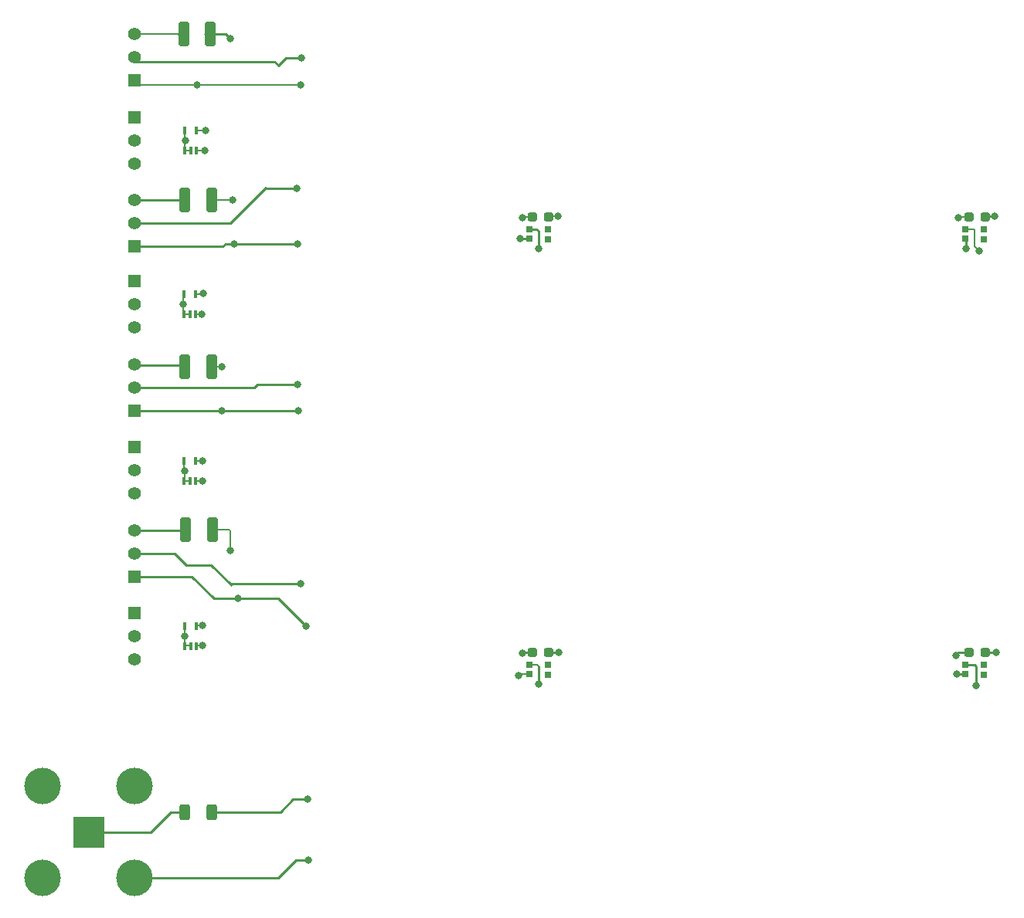
<source format=gbr>
%TF.GenerationSoftware,KiCad,Pcbnew,(6.0.8-1)-1*%
%TF.CreationDate,2024-04-30T14:45:45-04:00*%
%TF.ProjectId,Untitled,556e7469-746c-4656-942e-6b696361645f,rev?*%
%TF.SameCoordinates,Original*%
%TF.FileFunction,Copper,L1,Top*%
%TF.FilePolarity,Positive*%
%FSLAX46Y46*%
G04 Gerber Fmt 4.6, Leading zero omitted, Abs format (unit mm)*
G04 Created by KiCad (PCBNEW (6.0.8-1)-1) date 2024-04-30 14:45:45*
%MOMM*%
%LPD*%
G01*
G04 APERTURE LIST*
G04 Aperture macros list*
%AMRoundRect*
0 Rectangle with rounded corners*
0 $1 Rounding radius*
0 $2 $3 $4 $5 $6 $7 $8 $9 X,Y pos of 4 corners*
0 Add a 4 corners polygon primitive as box body*
4,1,4,$2,$3,$4,$5,$6,$7,$8,$9,$2,$3,0*
0 Add four circle primitives for the rounded corners*
1,1,$1+$1,$2,$3*
1,1,$1+$1,$4,$5*
1,1,$1+$1,$6,$7*
1,1,$1+$1,$8,$9*
0 Add four rect primitives between the rounded corners*
20,1,$1+$1,$2,$3,$4,$5,0*
20,1,$1+$1,$4,$5,$6,$7,0*
20,1,$1+$1,$6,$7,$8,$9,0*
20,1,$1+$1,$8,$9,$2,$3,0*%
G04 Aperture macros list end*
%TA.AperFunction,SMDPad,CuDef*%
%ADD10RoundRect,0.237500X-0.287500X-0.237500X0.287500X-0.237500X0.287500X0.237500X-0.287500X0.237500X0*%
%TD*%
%TA.AperFunction,SMDPad,CuDef*%
%ADD11R,0.700000X0.700000*%
%TD*%
%TA.AperFunction,SMDPad,CuDef*%
%ADD12RoundRect,0.087500X-0.087500X-0.337500X0.087500X-0.337500X0.087500X0.337500X-0.087500X0.337500X0*%
%TD*%
%TA.AperFunction,SMDPad,CuDef*%
%ADD13RoundRect,0.250000X-0.325000X-1.100000X0.325000X-1.100000X0.325000X1.100000X-0.325000X1.100000X0*%
%TD*%
%TA.AperFunction,SMDPad,CuDef*%
%ADD14RoundRect,0.250000X-0.312500X-0.625000X0.312500X-0.625000X0.312500X0.625000X-0.312500X0.625000X0*%
%TD*%
%TA.AperFunction,ComponentPad*%
%ADD15R,1.397000X1.397000*%
%TD*%
%TA.AperFunction,ComponentPad*%
%ADD16C,1.397000*%
%TD*%
%TA.AperFunction,ComponentPad*%
%ADD17R,3.500000X3.500000*%
%TD*%
%TA.AperFunction,ComponentPad*%
%ADD18C,4.000000*%
%TD*%
%TA.AperFunction,ViaPad*%
%ADD19C,0.800000*%
%TD*%
%TA.AperFunction,Conductor*%
%ADD20C,0.250000*%
%TD*%
%TA.AperFunction,Conductor*%
%ADD21C,0.200000*%
%TD*%
G04 APERTURE END LIST*
D10*
%TO.P,REF\u002A\u002A,1*%
%TO.N,N/C*%
X150665000Y-103925000D03*
D11*
X152292500Y-105260000D03*
%TO.P,REF\u002A\u002A,2*%
X150267500Y-105260000D03*
D10*
X152415000Y-103925000D03*
D11*
%TO.P,REF\u002A\u002A,3*%
X150267500Y-106310000D03*
%TO.P,REF\u002A\u002A,4*%
X152292500Y-106360000D03*
%TD*%
D10*
%TO.P,REF\u002A\u002A,1*%
%TO.N,N/C*%
X102865000Y-103925000D03*
D11*
X104492500Y-105260000D03*
%TO.P,REF\u002A\u002A,2*%
X102467500Y-105260000D03*
D10*
X104615000Y-103925000D03*
D11*
%TO.P,REF\u002A\u002A,3*%
X102467500Y-106310000D03*
%TO.P,REF\u002A\u002A,4*%
X104492500Y-106360000D03*
%TD*%
D10*
%TO.P,REF\u002A\u002A,1*%
%TO.N,N/C*%
X150665000Y-56125000D03*
D11*
X152292500Y-57460000D03*
%TO.P,REF\u002A\u002A,2*%
X150267500Y-57460000D03*
D10*
X152415000Y-56125000D03*
D11*
%TO.P,REF\u002A\u002A,3*%
X150267500Y-58510000D03*
%TO.P,REF\u002A\u002A,4*%
X152292500Y-58560000D03*
%TD*%
D10*
%TO.P,REF\u002A\u002A,1*%
%TO.N,N/C*%
X102865000Y-56125000D03*
D11*
X104492500Y-57460000D03*
%TO.P,REF\u002A\u002A,2*%
X102467500Y-57460000D03*
D10*
X104615000Y-56125000D03*
D11*
%TO.P,REF\u002A\u002A,3*%
X102467500Y-58510000D03*
%TO.P,REF\u002A\u002A,4*%
X104492500Y-58560000D03*
%TD*%
D12*
%TO.P,Temp1,1*%
%TO.N,N/C*%
X64750000Y-48900000D03*
%TO.P,Temp1,2*%
X65400000Y-48900000D03*
%TO.P,Temp1,3*%
X66050000Y-48900000D03*
%TO.P,Temp1,4*%
X66050000Y-46700000D03*
%TO.P,Temp1,5*%
X64750000Y-46700000D03*
%TD*%
D13*
%TO.P,10 nF,1*%
%TO.N,N/C*%
X64625000Y-36100000D03*
%TO.P,10 nF,2*%
X67575000Y-36100000D03*
%TD*%
D12*
%TO.P,Temp2,1*%
%TO.N,N/C*%
X64650000Y-66800000D03*
%TO.P,Temp2,2*%
X65300000Y-66800000D03*
%TO.P,Temp2,3*%
X65950000Y-66800000D03*
%TO.P,Temp2,4*%
X65950000Y-64600000D03*
%TO.P,Temp2,5*%
X64650000Y-64600000D03*
%TD*%
D14*
%TO.P,50 \u03A9,1*%
%TO.N,N/C*%
X64737500Y-121400000D03*
%TO.P,50 \u03A9,2*%
X67662500Y-121400000D03*
%TD*%
D13*
%TO.P,10 nF,1*%
%TO.N,N/C*%
X64825000Y-90400000D03*
%TO.P,10 nF,2*%
X67775000Y-90400000D03*
%TD*%
D12*
%TO.P,Temp3,1*%
%TO.N,N/C*%
X64650000Y-85100000D03*
%TO.P,Temp3,2*%
X65300000Y-85100000D03*
%TO.P,Temp3,3*%
X65950000Y-85100000D03*
%TO.P,Temp3,4*%
X65950000Y-82900000D03*
%TO.P,Temp3,5*%
X64650000Y-82900000D03*
%TD*%
D15*
%TO.P,REF\u002A\u002A,1*%
%TO.N,N/C*%
X59250100Y-41127500D03*
D16*
%TO.P,REF\u002A\u002A,2*%
X59250100Y-38587500D03*
%TO.P,REF\u002A\u002A,3*%
X59250100Y-36047500D03*
%TD*%
D17*
%TO.P,LEDs,1*%
%TO.N,N/C*%
X54200000Y-123600000D03*
D18*
%TO.P,LEDs,2*%
X59225000Y-128625000D03*
X59225000Y-118575000D03*
X49175000Y-128625000D03*
X49175000Y-118575000D03*
%TD*%
D13*
%TO.P,10 nF,1*%
%TO.N,N/C*%
X64725000Y-72600000D03*
%TO.P,10 nF,2*%
X67675000Y-72600000D03*
%TD*%
D12*
%TO.P,Temp4,1*%
%TO.N,N/C*%
X64750000Y-103200000D03*
%TO.P,Temp4,2*%
X65400000Y-103200000D03*
%TO.P,Temp4,3*%
X66050000Y-103200000D03*
%TO.P,Temp4,4*%
X66050000Y-101000000D03*
%TO.P,Temp4,5*%
X64750000Y-101000000D03*
%TD*%
D13*
%TO.P,10 nF,1*%
%TO.N,N/C*%
X64725000Y-54300000D03*
%TO.P,10 nF,2*%
X67675000Y-54300000D03*
%TD*%
D15*
%TO.P,REF\u002A\u002A,1*%
%TO.N,N/C*%
X59250100Y-95587500D03*
D16*
%TO.P,REF\u002A\u002A,2*%
X59250100Y-93047500D03*
%TO.P,REF\u002A\u002A,3*%
X59250100Y-90507500D03*
%TD*%
D15*
%TO.P,REF\u002A\u002A,1*%
%TO.N,N/C*%
X59250100Y-77387500D03*
D16*
%TO.P,REF\u002A\u002A,2*%
X59250100Y-74847500D03*
%TO.P,REF\u002A\u002A,3*%
X59250100Y-72307500D03*
%TD*%
D15*
%TO.P,REF\u002A\u002A,1*%
%TO.N,N/C*%
X59250100Y-59387500D03*
D16*
%TO.P,REF\u002A\u002A,2*%
X59250100Y-56847500D03*
%TO.P,REF\u002A\u002A,3*%
X59250100Y-54307500D03*
%TD*%
D15*
%TO.P,REF\u002A\u002A,1*%
%TO.N,N/C*%
X59250100Y-99612500D03*
D16*
%TO.P,REF\u002A\u002A,2*%
X59250100Y-102152500D03*
%TO.P,REF\u002A\u002A,3*%
X59250100Y-104692500D03*
%TD*%
D15*
%TO.P,REF\u002A\u002A,1*%
%TO.N,N/C*%
X59250100Y-63212500D03*
D16*
%TO.P,REF\u002A\u002A,2*%
X59250100Y-65752500D03*
%TO.P,REF\u002A\u002A,3*%
X59250100Y-68292500D03*
%TD*%
D15*
%TO.P,REF\u002A\u002A,1*%
%TO.N,N/C*%
X59200000Y-81400000D03*
D16*
%TO.P,REF\u002A\u002A,2*%
X59200000Y-83940000D03*
%TO.P,REF\u002A\u002A,3*%
X59200000Y-86480000D03*
%TD*%
D15*
%TO.P,REF\u002A\u002A,1*%
%TO.N,N/C*%
X59250100Y-45212500D03*
D16*
%TO.P,REF\u002A\u002A,2*%
X59250100Y-47752500D03*
%TO.P,REF\u002A\u002A,3*%
X59250100Y-50292500D03*
%TD*%
D19*
%TO.N,*%
X70000000Y-54300000D03*
X70200000Y-59100000D03*
X78300000Y-126700000D03*
X64550000Y-65750000D03*
X149300000Y-106300000D03*
X66900000Y-48900000D03*
X77400000Y-96400000D03*
X101700000Y-104000000D03*
X101700000Y-56200000D03*
X66700000Y-100950000D03*
X66800000Y-64500000D03*
X77100000Y-59100000D03*
X78000000Y-101000000D03*
X101500000Y-58500000D03*
X151800000Y-59900000D03*
X66600000Y-66800000D03*
X66100000Y-41637506D03*
X149200000Y-104200000D03*
X103500000Y-59600000D03*
X77212500Y-77387500D03*
X77510000Y-38690000D03*
X153600000Y-103900000D03*
X150300000Y-59600000D03*
X77470000Y-41630000D03*
X69700000Y-92700000D03*
X77100000Y-74500000D03*
X68800000Y-77400000D03*
X66700000Y-85100000D03*
X69700000Y-36600000D03*
X66700000Y-82900000D03*
X153500000Y-56100000D03*
X64800000Y-47800000D03*
X68800000Y-72600000D03*
X105700000Y-103900000D03*
X64700000Y-84000000D03*
X149500000Y-56200000D03*
X70600000Y-98000000D03*
X67000000Y-46700000D03*
X66700000Y-103150000D03*
X101300000Y-106400000D03*
X105600000Y-56100000D03*
X77050000Y-53050000D03*
X103500000Y-107400000D03*
X64750000Y-102100000D03*
X151400000Y-107500000D03*
X78200000Y-120000000D03*
%TD*%
D20*
%TO.N,*%
X63200000Y-121400000D02*
X64737500Y-121400000D01*
X153500000Y-56100000D02*
X152440000Y-56100000D01*
X153600000Y-103900000D02*
X152440000Y-103900000D01*
X69700000Y-96400000D02*
X77400000Y-96400000D01*
D21*
X64650000Y-82900000D02*
X64650000Y-83950000D01*
D20*
X152440000Y-103900000D02*
X152415000Y-103925000D01*
X74537506Y-39097506D02*
X75030000Y-39590000D01*
D21*
X66050000Y-46700000D02*
X67200000Y-46700000D01*
X64750000Y-48900000D02*
X65400000Y-48900000D01*
X151800000Y-59900000D02*
X151300000Y-59400000D01*
D20*
X103500000Y-59600000D02*
X103500000Y-57700000D01*
D21*
X64700000Y-84000000D02*
X64700000Y-85050000D01*
X149575000Y-56125000D02*
X150665000Y-56125000D01*
D20*
X76600000Y-120000000D02*
X78200000Y-120000000D01*
X74970000Y-39590000D02*
X75870000Y-38690000D01*
X150257500Y-106300000D02*
X150400000Y-106442500D01*
X101700000Y-104000000D02*
X101775000Y-103925000D01*
X72700000Y-74500000D02*
X72352500Y-74847500D01*
D21*
X63972500Y-36047500D02*
X64525000Y-36600000D01*
D20*
X54200000Y-123600000D02*
X61000000Y-123600000D01*
D21*
X150267500Y-57460000D02*
X151160000Y-57460000D01*
X64700000Y-85050000D02*
X64650000Y-85100000D01*
X69700000Y-92700000D02*
X69700000Y-90500000D01*
D20*
X78000000Y-101000000D02*
X75000000Y-98000000D01*
D21*
X151160000Y-57460000D02*
X151300000Y-57600000D01*
X64650000Y-85100000D02*
X65300000Y-85100000D01*
D20*
X64600000Y-72400000D02*
X59342600Y-72400000D01*
D21*
X65950000Y-82900000D02*
X66700000Y-82900000D01*
D20*
X63525000Y-90507500D02*
X59250100Y-90507500D01*
X73550000Y-53050000D02*
X73650000Y-52950000D01*
X59250100Y-54307500D02*
X59257600Y-54300000D01*
X69200000Y-59100000D02*
X77100000Y-59100000D01*
X105700000Y-103900000D02*
X104640000Y-103900000D01*
X64717500Y-90507500D02*
X64825000Y-90400000D01*
X103490000Y-105400000D02*
X103490000Y-107390000D01*
X69700000Y-96400000D02*
X69800000Y-96500000D01*
D21*
X103350000Y-105260000D02*
X102467500Y-105260000D01*
X69600000Y-90400000D02*
X69700000Y-90500000D01*
X65850000Y-64600000D02*
X66700000Y-64600000D01*
X151300000Y-59400000D02*
X151300000Y-57600000D01*
D20*
X59342600Y-72400000D02*
X59250100Y-72307500D01*
X65512500Y-95587500D02*
X59250100Y-95587500D01*
D21*
X65850000Y-66800000D02*
X66600000Y-66800000D01*
X66050000Y-100950000D02*
X66700000Y-100950000D01*
X64550000Y-66800000D02*
X65200000Y-66800000D01*
D20*
X63525000Y-90507500D02*
X64717500Y-90507500D01*
X59250100Y-56847500D02*
X69752500Y-56847500D01*
X67613497Y-94313497D02*
X69700000Y-96400000D01*
D21*
X66050000Y-48900000D02*
X67200000Y-48900000D01*
D20*
X64913497Y-94313497D02*
X67613497Y-94313497D01*
X75870000Y-38690000D02*
X77510000Y-38690000D01*
X67925000Y-98000000D02*
X65512500Y-95587500D01*
X101500000Y-58500000D02*
X102457500Y-58500000D01*
X151260000Y-105260000D02*
X150267500Y-105260000D01*
D21*
X67675000Y-72600000D02*
X67475000Y-72400000D01*
D20*
X74975000Y-128625000D02*
X59225000Y-128625000D01*
X69200000Y-36100000D02*
X66975000Y-36100000D01*
X64725000Y-54300000D02*
X64525000Y-54100000D01*
D21*
X103490000Y-105400000D02*
X103350000Y-105260000D01*
X101775000Y-56125000D02*
X101700000Y-56200000D01*
X64750000Y-101950000D02*
X64750000Y-103000000D01*
X66700000Y-64600000D02*
X66800000Y-64500000D01*
D20*
X63647500Y-93047500D02*
X64913497Y-94313497D01*
X150300000Y-58542500D02*
X150267500Y-58510000D01*
X59250100Y-77387500D02*
X77212500Y-77387500D01*
X103490000Y-107390000D02*
X103500000Y-107400000D01*
X151400000Y-105400000D02*
X151260000Y-105260000D01*
X75200000Y-121400000D02*
X76600000Y-120000000D01*
D21*
X64750000Y-47000000D02*
X64750000Y-48900000D01*
D20*
X76900000Y-126700000D02*
X74975000Y-128625000D01*
D21*
X68800000Y-72600000D02*
X67675000Y-72600000D01*
X67775000Y-90400000D02*
X69600000Y-90400000D01*
D20*
X59257600Y-54300000D02*
X64725000Y-54300000D01*
X75000000Y-98000000D02*
X70600000Y-98000000D01*
X102457500Y-58500000D02*
X102467500Y-58510000D01*
D21*
X149500000Y-56200000D02*
X149575000Y-56125000D01*
X59270100Y-41630000D02*
X77470000Y-41630000D01*
X65400000Y-103150000D02*
X64750000Y-103150000D01*
X104640000Y-56100000D02*
X104615000Y-56125000D01*
D20*
X149200000Y-104200000D02*
X149475000Y-103925000D01*
D21*
X64550000Y-64600000D02*
X64550000Y-65750000D01*
X64750000Y-100800000D02*
X64750000Y-101950000D01*
D20*
X104640000Y-103900000D02*
X104615000Y-103925000D01*
X59250100Y-58849900D02*
X59787700Y-59387500D01*
D21*
X101390000Y-106310000D02*
X102467500Y-106310000D01*
D20*
X151400000Y-107500000D02*
X151400000Y-105400000D01*
X103260000Y-57460000D02*
X102467500Y-57460000D01*
X149300000Y-106300000D02*
X150257500Y-106300000D01*
X69700000Y-36600000D02*
X69200000Y-36100000D01*
X59270100Y-39097506D02*
X74537506Y-39097506D01*
X61000000Y-123600000D02*
X63200000Y-121400000D01*
X150300000Y-59600000D02*
X150300000Y-58542500D01*
X149475000Y-103925000D02*
X150665000Y-103925000D01*
X59250100Y-93047500D02*
X63647500Y-93047500D01*
X101775000Y-103925000D02*
X102865000Y-103925000D01*
X77100000Y-74500000D02*
X72700000Y-74500000D01*
X152440000Y-56100000D02*
X152415000Y-56125000D01*
X64725000Y-72275000D02*
X64600000Y-72400000D01*
D21*
X66050000Y-103150000D02*
X66700000Y-103150000D01*
X59250100Y-36047500D02*
X63972500Y-36047500D01*
X101300000Y-106400000D02*
X101390000Y-106310000D01*
D20*
X67662500Y-121400000D02*
X75200000Y-121400000D01*
X59787700Y-59387500D02*
X68912500Y-59387500D01*
D21*
X64550000Y-65750000D02*
X64550000Y-66800000D01*
D20*
X72352500Y-74847500D02*
X59250100Y-74847500D01*
D21*
X105600000Y-56100000D02*
X104640000Y-56100000D01*
D20*
X68912500Y-59387500D02*
X69200000Y-59100000D01*
X70600000Y-98000000D02*
X67925000Y-98000000D01*
X103500000Y-57700000D02*
X103260000Y-57460000D01*
X73550000Y-53050000D02*
X77050000Y-53050000D01*
D21*
X64650000Y-83950000D02*
X64700000Y-84000000D01*
X70000000Y-54300000D02*
X67675000Y-54300000D01*
D20*
X69752500Y-56847500D02*
X73550000Y-53050000D01*
D21*
X102865000Y-56125000D02*
X101775000Y-56125000D01*
D20*
X78300000Y-126700000D02*
X76900000Y-126700000D01*
D21*
X65950000Y-85100000D02*
X66700000Y-85100000D01*
%TD*%
M02*

</source>
